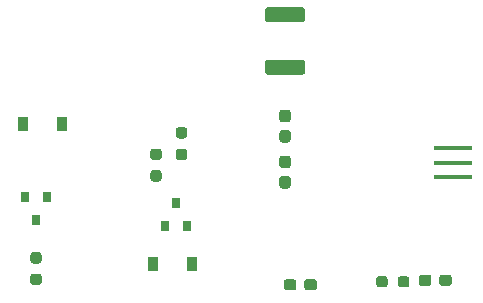
<source format=gbr>
%TF.GenerationSoftware,KiCad,Pcbnew,5.1.7-a382d34a8~88~ubuntu18.04.1*%
%TF.CreationDate,2021-02-25T09:41:41-05:00*%
%TF.ProjectId,FaultLatcher,4661756c-744c-4617-9463-6865722e6b69,rev?*%
%TF.SameCoordinates,Original*%
%TF.FileFunction,Paste,Bot*%
%TF.FilePolarity,Positive*%
%FSLAX46Y46*%
G04 Gerber Fmt 4.6, Leading zero omitted, Abs format (unit mm)*
G04 Created by KiCad (PCBNEW 5.1.7-a382d34a8~88~ubuntu18.04.1) date 2021-02-25 09:41:41*
%MOMM*%
%LPD*%
G01*
G04 APERTURE LIST*
%ADD10R,0.900000X1.200000*%
%ADD11R,3.200000X0.400000*%
%ADD12R,0.800000X0.900000*%
G04 APERTURE END LIST*
%TO.C,R8*%
G36*
G01*
X139175500Y-109707500D02*
X138700500Y-109707500D01*
G75*
G02*
X138463000Y-109470000I0J237500D01*
G01*
X138463000Y-108970000D01*
G75*
G02*
X138700500Y-108732500I237500J0D01*
G01*
X139175500Y-108732500D01*
G75*
G02*
X139413000Y-108970000I0J-237500D01*
G01*
X139413000Y-109470000D01*
G75*
G02*
X139175500Y-109707500I-237500J0D01*
G01*
G37*
G36*
G01*
X139175500Y-111532500D02*
X138700500Y-111532500D01*
G75*
G02*
X138463000Y-111295000I0J237500D01*
G01*
X138463000Y-110795000D01*
G75*
G02*
X138700500Y-110557500I237500J0D01*
G01*
X139175500Y-110557500D01*
G75*
G02*
X139413000Y-110795000I0J-237500D01*
G01*
X139413000Y-111295000D01*
G75*
G02*
X139175500Y-111532500I-237500J0D01*
G01*
G37*
%TD*%
%TO.C,F1*%
G36*
G01*
X151310000Y-98054000D02*
X148410000Y-98054000D01*
G75*
G02*
X148160000Y-97804000I0J250000D01*
G01*
X148160000Y-97004000D01*
G75*
G02*
X148410000Y-96754000I250000J0D01*
G01*
X151310000Y-96754000D01*
G75*
G02*
X151560000Y-97004000I0J-250000D01*
G01*
X151560000Y-97804000D01*
G75*
G02*
X151310000Y-98054000I-250000J0D01*
G01*
G37*
G36*
G01*
X151310000Y-102504000D02*
X148410000Y-102504000D01*
G75*
G02*
X148160000Y-102254000I0J250000D01*
G01*
X148160000Y-101454000D01*
G75*
G02*
X148410000Y-101204000I250000J0D01*
G01*
X151310000Y-101204000D01*
G75*
G02*
X151560000Y-101454000I0J-250000D01*
G01*
X151560000Y-102254000D01*
G75*
G02*
X151310000Y-102504000I-250000J0D01*
G01*
G37*
%TD*%
D10*
%TO.C,D4*%
X141984000Y-118491000D03*
X138684000Y-118491000D03*
%TD*%
%TO.C,D1*%
X127637000Y-106680000D03*
X130937000Y-106680000D03*
%TD*%
D11*
%TO.C,Y1*%
X164084000Y-108712000D03*
X164084000Y-109912000D03*
X164084000Y-111112000D03*
%TD*%
%TO.C,R5*%
G36*
G01*
X158555500Y-119777500D02*
X158555500Y-120252500D01*
G75*
G02*
X158318000Y-120490000I-237500J0D01*
G01*
X157818000Y-120490000D01*
G75*
G02*
X157580500Y-120252500I0J237500D01*
G01*
X157580500Y-119777500D01*
G75*
G02*
X157818000Y-119540000I237500J0D01*
G01*
X158318000Y-119540000D01*
G75*
G02*
X158555500Y-119777500I0J-237500D01*
G01*
G37*
G36*
G01*
X160380500Y-119777500D02*
X160380500Y-120252500D01*
G75*
G02*
X160143000Y-120490000I-237500J0D01*
G01*
X159643000Y-120490000D01*
G75*
G02*
X159405500Y-120252500I0J237500D01*
G01*
X159405500Y-119777500D01*
G75*
G02*
X159643000Y-119540000I237500J0D01*
G01*
X160143000Y-119540000D01*
G75*
G02*
X160380500Y-119777500I0J-237500D01*
G01*
G37*
%TD*%
%TO.C,R4*%
G36*
G01*
X140859500Y-108732500D02*
X141334500Y-108732500D01*
G75*
G02*
X141572000Y-108970000I0J-237500D01*
G01*
X141572000Y-109470000D01*
G75*
G02*
X141334500Y-109707500I-237500J0D01*
G01*
X140859500Y-109707500D01*
G75*
G02*
X140622000Y-109470000I0J237500D01*
G01*
X140622000Y-108970000D01*
G75*
G02*
X140859500Y-108732500I237500J0D01*
G01*
G37*
G36*
G01*
X140859500Y-106907500D02*
X141334500Y-106907500D01*
G75*
G02*
X141572000Y-107145000I0J-237500D01*
G01*
X141572000Y-107645000D01*
G75*
G02*
X141334500Y-107882500I-237500J0D01*
G01*
X140859500Y-107882500D01*
G75*
G02*
X140622000Y-107645000I0J237500D01*
G01*
X140622000Y-107145000D01*
G75*
G02*
X140859500Y-106907500I237500J0D01*
G01*
G37*
%TD*%
%TO.C,R1*%
G36*
G01*
X129015500Y-118470500D02*
X128540500Y-118470500D01*
G75*
G02*
X128303000Y-118233000I0J237500D01*
G01*
X128303000Y-117733000D01*
G75*
G02*
X128540500Y-117495500I237500J0D01*
G01*
X129015500Y-117495500D01*
G75*
G02*
X129253000Y-117733000I0J-237500D01*
G01*
X129253000Y-118233000D01*
G75*
G02*
X129015500Y-118470500I-237500J0D01*
G01*
G37*
G36*
G01*
X129015500Y-120295500D02*
X128540500Y-120295500D01*
G75*
G02*
X128303000Y-120058000I0J237500D01*
G01*
X128303000Y-119558000D01*
G75*
G02*
X128540500Y-119320500I237500J0D01*
G01*
X129015500Y-119320500D01*
G75*
G02*
X129253000Y-119558000I0J-237500D01*
G01*
X129253000Y-120058000D01*
G75*
G02*
X129015500Y-120295500I-237500J0D01*
G01*
G37*
%TD*%
D12*
%TO.C,Q4*%
X140650000Y-113316000D03*
X139700000Y-115316000D03*
X141600000Y-115316000D03*
%TD*%
%TO.C,Q1*%
X128778000Y-114808000D03*
X129728000Y-112808000D03*
X127828000Y-112808000D03*
%TD*%
%TO.C,C6*%
G36*
G01*
X149622500Y-107158500D02*
X150097500Y-107158500D01*
G75*
G02*
X150335000Y-107396000I0J-237500D01*
G01*
X150335000Y-107996000D01*
G75*
G02*
X150097500Y-108233500I-237500J0D01*
G01*
X149622500Y-108233500D01*
G75*
G02*
X149385000Y-107996000I0J237500D01*
G01*
X149385000Y-107396000D01*
G75*
G02*
X149622500Y-107158500I237500J0D01*
G01*
G37*
G36*
G01*
X149622500Y-105433500D02*
X150097500Y-105433500D01*
G75*
G02*
X150335000Y-105671000I0J-237500D01*
G01*
X150335000Y-106271000D01*
G75*
G02*
X150097500Y-106508500I-237500J0D01*
G01*
X149622500Y-106508500D01*
G75*
G02*
X149385000Y-106271000I0J237500D01*
G01*
X149385000Y-105671000D01*
G75*
G02*
X149622500Y-105433500I237500J0D01*
G01*
G37*
%TD*%
%TO.C,C5*%
G36*
G01*
X150097500Y-110392500D02*
X149622500Y-110392500D01*
G75*
G02*
X149385000Y-110155000I0J237500D01*
G01*
X149385000Y-109555000D01*
G75*
G02*
X149622500Y-109317500I237500J0D01*
G01*
X150097500Y-109317500D01*
G75*
G02*
X150335000Y-109555000I0J-237500D01*
G01*
X150335000Y-110155000D01*
G75*
G02*
X150097500Y-110392500I-237500J0D01*
G01*
G37*
G36*
G01*
X150097500Y-112117500D02*
X149622500Y-112117500D01*
G75*
G02*
X149385000Y-111880000I0J237500D01*
G01*
X149385000Y-111280000D01*
G75*
G02*
X149622500Y-111042500I237500J0D01*
G01*
X150097500Y-111042500D01*
G75*
G02*
X150335000Y-111280000I0J-237500D01*
G01*
X150335000Y-111880000D01*
G75*
G02*
X150097500Y-112117500I-237500J0D01*
G01*
G37*
%TD*%
%TO.C,C3*%
G36*
G01*
X162911500Y-120125500D02*
X162911500Y-119650500D01*
G75*
G02*
X163149000Y-119413000I237500J0D01*
G01*
X163749000Y-119413000D01*
G75*
G02*
X163986500Y-119650500I0J-237500D01*
G01*
X163986500Y-120125500D01*
G75*
G02*
X163749000Y-120363000I-237500J0D01*
G01*
X163149000Y-120363000D01*
G75*
G02*
X162911500Y-120125500I0J237500D01*
G01*
G37*
G36*
G01*
X161186500Y-120125500D02*
X161186500Y-119650500D01*
G75*
G02*
X161424000Y-119413000I237500J0D01*
G01*
X162024000Y-119413000D01*
G75*
G02*
X162261500Y-119650500I0J-237500D01*
G01*
X162261500Y-120125500D01*
G75*
G02*
X162024000Y-120363000I-237500J0D01*
G01*
X161424000Y-120363000D01*
G75*
G02*
X161186500Y-120125500I0J237500D01*
G01*
G37*
%TD*%
%TO.C,C2*%
G36*
G01*
X149756500Y-120506500D02*
X149756500Y-120031500D01*
G75*
G02*
X149994000Y-119794000I237500J0D01*
G01*
X150594000Y-119794000D01*
G75*
G02*
X150831500Y-120031500I0J-237500D01*
G01*
X150831500Y-120506500D01*
G75*
G02*
X150594000Y-120744000I-237500J0D01*
G01*
X149994000Y-120744000D01*
G75*
G02*
X149756500Y-120506500I0J237500D01*
G01*
G37*
G36*
G01*
X151481500Y-120506500D02*
X151481500Y-120031500D01*
G75*
G02*
X151719000Y-119794000I237500J0D01*
G01*
X152319000Y-119794000D01*
G75*
G02*
X152556500Y-120031500I0J-237500D01*
G01*
X152556500Y-120506500D01*
G75*
G02*
X152319000Y-120744000I-237500J0D01*
G01*
X151719000Y-120744000D01*
G75*
G02*
X151481500Y-120506500I0J237500D01*
G01*
G37*
%TD*%
M02*

</source>
